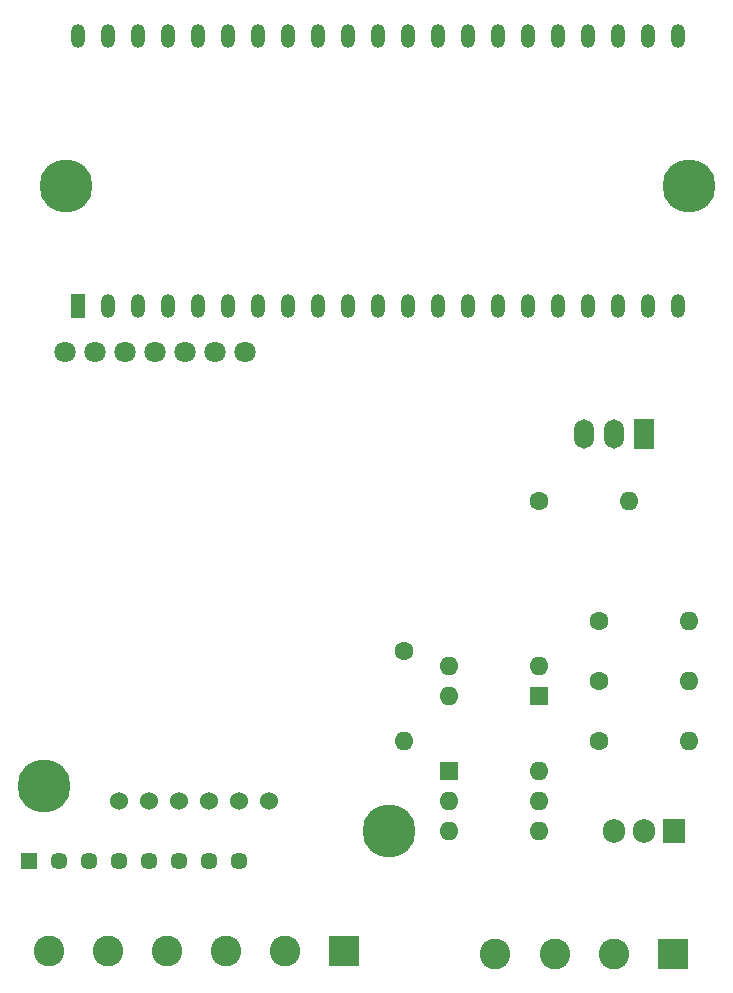
<source format=gbr>
%TF.GenerationSoftware,KiCad,Pcbnew,6.0.11+dfsg-1*%
%TF.CreationDate,2023-04-13T00:21:47+02:00*%
%TF.ProjectId,LampeV1,4c616d70-6556-4312-9e6b-696361645f70,rev?*%
%TF.SameCoordinates,Original*%
%TF.FileFunction,Soldermask,Top*%
%TF.FilePolarity,Negative*%
%FSLAX46Y46*%
G04 Gerber Fmt 4.6, Leading zero omitted, Abs format (unit mm)*
G04 Created by KiCad (PCBNEW 6.0.11+dfsg-1) date 2023-04-13 00:21:47*
%MOMM*%
%LPD*%
G01*
G04 APERTURE LIST*
%ADD10C,4.500000*%
%ADD11C,3.100000*%
%ADD12R,2.600000X2.600000*%
%ADD13C,2.600000*%
%ADD14C,1.600000*%
%ADD15O,1.600000X1.600000*%
%ADD16C,1.800000*%
%ADD17C,1.524000*%
%ADD18R,1.700000X2.500000*%
%ADD19O,1.700000X2.500000*%
%ADD20R,1.450000X1.450000*%
%ADD21C,1.450000*%
%ADD22R,1.600000X1.600000*%
%ADD23R,1.200000X2.000000*%
%ADD24O,1.200000X2.000000*%
%ADD25R,1.905000X2.000000*%
%ADD26O,1.905000X2.000000*%
G04 APERTURE END LIST*
D10*
%TO.C,H3*%
X81280000Y-100330000D03*
D11*
X81280000Y-100330000D03*
%TD*%
D12*
%TO.C,J1*%
X106680000Y-114300000D03*
D13*
X101680000Y-114300000D03*
X96680000Y-114300000D03*
X91680000Y-114300000D03*
X86680000Y-114300000D03*
X81680000Y-114300000D03*
%TD*%
D14*
%TO.C,R8*%
X123190000Y-76240000D03*
D15*
X130810000Y-76240000D03*
%TD*%
D11*
%TO.C,H1*%
X83130000Y-49530000D03*
D10*
X83130000Y-49530000D03*
%TD*%
%TO.C,H4*%
X110490000Y-104140000D03*
D11*
X110490000Y-104140000D03*
%TD*%
D14*
%TO.C,R7*%
X111760000Y-88900000D03*
D15*
X111760000Y-96520000D03*
%TD*%
D16*
%TO.C,J4*%
X83047500Y-63647500D03*
X85587500Y-63647500D03*
X88127500Y-63647500D03*
X90667500Y-63637500D03*
X93207500Y-63647500D03*
X95747500Y-63647500D03*
X98287500Y-63647500D03*
%TD*%
D17*
%TO.C,J3*%
X87630000Y-101600000D03*
X90170000Y-101600000D03*
X92710000Y-101600000D03*
X95250000Y-101600000D03*
X97790000Y-101600000D03*
X100330000Y-101600000D03*
%TD*%
D18*
%TO.C,U5*%
X132080000Y-70580000D03*
D19*
X129540000Y-70580000D03*
X127000000Y-70580000D03*
%TD*%
D20*
%TO.C,U2*%
X80010000Y-106710000D03*
D21*
X82550000Y-106710000D03*
X85090000Y-106710000D03*
X87630000Y-106710000D03*
X90170000Y-106710000D03*
X92710000Y-106710000D03*
X95250000Y-106710000D03*
X97790000Y-106710000D03*
%TD*%
D10*
%TO.C,H2*%
X135890000Y-49530000D03*
D11*
X135890000Y-49530000D03*
%TD*%
D22*
%TO.C,U4*%
X115590000Y-99075000D03*
D15*
X115590000Y-101615000D03*
X115590000Y-104155000D03*
X123210000Y-104155000D03*
X123210000Y-101615000D03*
X123210000Y-99075000D03*
%TD*%
D23*
%TO.C,U1*%
X84152920Y-59688161D03*
D24*
X86692920Y-59688161D03*
X89232920Y-59688161D03*
X91772920Y-59688161D03*
X94312920Y-59688161D03*
X96852920Y-59688161D03*
X99392920Y-59688161D03*
X101932920Y-59688161D03*
X104472920Y-59688161D03*
X107012920Y-59688161D03*
X109552920Y-59688161D03*
X112092920Y-59688161D03*
X114632920Y-59688161D03*
X117172920Y-59688161D03*
X119712920Y-59688161D03*
X122252920Y-59688161D03*
X124792920Y-59688161D03*
X127332920Y-59688161D03*
X129872920Y-59688161D03*
X132410200Y-59691841D03*
X134950200Y-59691841D03*
X134950200Y-36831841D03*
X132410200Y-36828161D03*
X129870200Y-36828161D03*
X127330200Y-36828161D03*
X124790200Y-36828161D03*
X122250200Y-36828161D03*
X119710200Y-36828161D03*
X117170200Y-36828161D03*
X114630200Y-36828161D03*
X112090200Y-36828161D03*
X109550200Y-36828161D03*
X107010200Y-36828161D03*
X104470200Y-36828161D03*
X101930200Y-36828161D03*
X99390200Y-36828161D03*
X96850200Y-36828161D03*
X94310200Y-36828161D03*
X91770200Y-36828161D03*
X89230200Y-36828161D03*
X86690200Y-36828161D03*
X84150200Y-36828161D03*
%TD*%
D22*
%TO.C,U3*%
X123180000Y-92715000D03*
D15*
X123180000Y-90175000D03*
X115560000Y-90175000D03*
X115560000Y-92715000D03*
%TD*%
D14*
%TO.C,R9*%
X128270000Y-96520000D03*
D15*
X135890000Y-96520000D03*
%TD*%
D25*
%TO.C,Q7*%
X134620000Y-104140000D03*
D26*
X132080000Y-104140000D03*
X129540000Y-104140000D03*
%TD*%
D14*
%TO.C,R10*%
X128270000Y-86360000D03*
D15*
X135890000Y-86360000D03*
%TD*%
D14*
%TO.C,R11*%
X128270000Y-91440000D03*
D15*
X135890000Y-91440000D03*
%TD*%
D12*
%TO.C,J2*%
X134500000Y-114580000D03*
D13*
X129500000Y-114580000D03*
X124500000Y-114580000D03*
X119500000Y-114580000D03*
%TD*%
M02*

</source>
